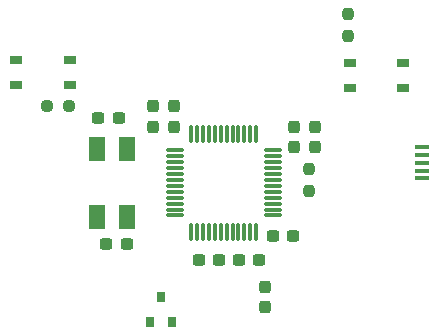
<source format=gbr>
%TF.GenerationSoftware,KiCad,Pcbnew,9.0.2*%
%TF.CreationDate,2025-07-23T20:38:51-05:00*%
%TF.ProjectId,Smart Motor,536d6172-7420-44d6-9f74-6f722e6b6963,rev?*%
%TF.SameCoordinates,Original*%
%TF.FileFunction,Paste,Top*%
%TF.FilePolarity,Positive*%
%FSLAX46Y46*%
G04 Gerber Fmt 4.6, Leading zero omitted, Abs format (unit mm)*
G04 Created by KiCad (PCBNEW 9.0.2) date 2025-07-23 20:38:51*
%MOMM*%
%LPD*%
G01*
G04 APERTURE LIST*
G04 Aperture macros list*
%AMRoundRect*
0 Rectangle with rounded corners*
0 $1 Rounding radius*
0 $2 $3 $4 $5 $6 $7 $8 $9 X,Y pos of 4 corners*
0 Add a 4 corners polygon primitive as box body*
4,1,4,$2,$3,$4,$5,$6,$7,$8,$9,$2,$3,0*
0 Add four circle primitives for the rounded corners*
1,1,$1+$1,$2,$3*
1,1,$1+$1,$4,$5*
1,1,$1+$1,$6,$7*
1,1,$1+$1,$8,$9*
0 Add four rect primitives between the rounded corners*
20,1,$1+$1,$2,$3,$4,$5,0*
20,1,$1+$1,$4,$5,$6,$7,0*
20,1,$1+$1,$6,$7,$8,$9,0*
20,1,$1+$1,$8,$9,$2,$3,0*%
G04 Aperture macros list end*
%ADD10R,1.300000X0.400000*%
%ADD11RoundRect,0.237500X-0.300000X-0.237500X0.300000X-0.237500X0.300000X0.237500X-0.300000X0.237500X0*%
%ADD12RoundRect,0.237500X0.300000X0.237500X-0.300000X0.237500X-0.300000X-0.237500X0.300000X-0.237500X0*%
%ADD13R,1.000000X0.750000*%
%ADD14RoundRect,0.237500X0.250000X0.237500X-0.250000X0.237500X-0.250000X-0.237500X0.250000X-0.237500X0*%
%ADD15RoundRect,0.237500X0.237500X-0.300000X0.237500X0.300000X-0.237500X0.300000X-0.237500X-0.300000X0*%
%ADD16RoundRect,0.075000X-0.662500X-0.075000X0.662500X-0.075000X0.662500X0.075000X-0.662500X0.075000X0*%
%ADD17RoundRect,0.075000X-0.075000X-0.662500X0.075000X-0.662500X0.075000X0.662500X-0.075000X0.662500X0*%
%ADD18RoundRect,0.237500X-0.237500X0.250000X-0.237500X-0.250000X0.237500X-0.250000X0.237500X0.250000X0*%
%ADD19R,1.400000X2.000000*%
%ADD20R,0.800000X0.900000*%
%ADD21RoundRect,0.237500X0.237500X-0.250000X0.237500X0.250000X-0.237500X0.250000X-0.237500X-0.250000X0*%
G04 APERTURE END LIST*
D10*
%TO.C,J4*%
X157320000Y-124600000D03*
X157320000Y-123950000D03*
X157320000Y-123300000D03*
X157320000Y-122650000D03*
X157320000Y-122000000D03*
%TD*%
D11*
%TO.C,C25*%
X129887500Y-119500000D03*
X131612500Y-119500000D03*
%TD*%
%TO.C,C20*%
X141800000Y-131500000D03*
X143525000Y-131500000D03*
%TD*%
D12*
%TO.C,C26*%
X132300000Y-130150000D03*
X130575000Y-130150000D03*
%TD*%
%TO.C,C22*%
X140112500Y-131500000D03*
X138387500Y-131500000D03*
%TD*%
D13*
%TO.C,S2*%
X151202500Y-116975000D03*
X155702500Y-116975000D03*
X151202500Y-114825000D03*
X155702500Y-114825000D03*
%TD*%
D14*
%TO.C,R12*%
X127400000Y-118500000D03*
X125575000Y-118500000D03*
%TD*%
D13*
%TO.C,S1*%
X127447500Y-114575000D03*
X122947500Y-114575000D03*
X127447500Y-116725000D03*
X122947500Y-116725000D03*
%TD*%
D15*
%TO.C,C19*%
X146450000Y-121962500D03*
X146450000Y-120237500D03*
%TD*%
D16*
%TO.C,U5*%
X136337500Y-122250000D03*
X136337500Y-122750000D03*
X136337500Y-123250000D03*
X136337500Y-123750000D03*
X136337500Y-124250000D03*
X136337500Y-124750000D03*
X136337500Y-125250000D03*
X136337500Y-125750000D03*
X136337500Y-126250000D03*
X136337500Y-126750000D03*
X136337500Y-127250000D03*
X136337500Y-127750000D03*
D17*
X137750000Y-129162500D03*
X138250000Y-129162500D03*
X138750000Y-129162500D03*
X139250000Y-129162500D03*
X139750000Y-129162500D03*
X140250000Y-129162500D03*
X140750000Y-129162500D03*
X141250000Y-129162500D03*
X141750000Y-129162500D03*
X142250000Y-129162500D03*
X142750000Y-129162500D03*
X143250000Y-129162500D03*
D16*
X144662500Y-127750000D03*
X144662500Y-127250000D03*
X144662500Y-126750000D03*
X144662500Y-126250000D03*
X144662500Y-125750000D03*
X144662500Y-125250000D03*
X144662500Y-124750000D03*
X144662500Y-124250000D03*
X144662500Y-123750000D03*
X144662500Y-123250000D03*
X144662500Y-122750000D03*
X144662500Y-122250000D03*
D17*
X143250000Y-120837500D03*
X142750000Y-120837500D03*
X142250000Y-120837500D03*
X141750000Y-120837500D03*
X141250000Y-120837500D03*
X140750000Y-120837500D03*
X140250000Y-120837500D03*
X139750000Y-120837500D03*
X139250000Y-120837500D03*
X138750000Y-120837500D03*
X138250000Y-120837500D03*
X137750000Y-120837500D03*
%TD*%
D12*
%TO.C,C10*%
X146362500Y-129500000D03*
X144637500Y-129500000D03*
%TD*%
D18*
%TO.C,R11*%
X151000000Y-110700000D03*
X151000000Y-112525000D03*
%TD*%
D15*
%TO.C,C23*%
X134500000Y-120225000D03*
X134500000Y-118500000D03*
%TD*%
%TO.C,C21*%
X148200000Y-121962500D03*
X148200000Y-120237500D03*
%TD*%
%TO.C,C9*%
X144000000Y-135512500D03*
X144000000Y-133787500D03*
%TD*%
D19*
%TO.C,Y1*%
X129730000Y-122100000D03*
X129730000Y-127900000D03*
X132270000Y-127900000D03*
X132270000Y-122100000D03*
%TD*%
D15*
%TO.C,C24*%
X136250000Y-120225000D03*
X136250000Y-118500000D03*
%TD*%
D20*
%TO.C,D1*%
X134250000Y-136750000D03*
X136150000Y-136750000D03*
X135200000Y-134650000D03*
%TD*%
D21*
%TO.C,R1*%
X147750000Y-125662500D03*
X147750000Y-123837500D03*
%TD*%
M02*

</source>
